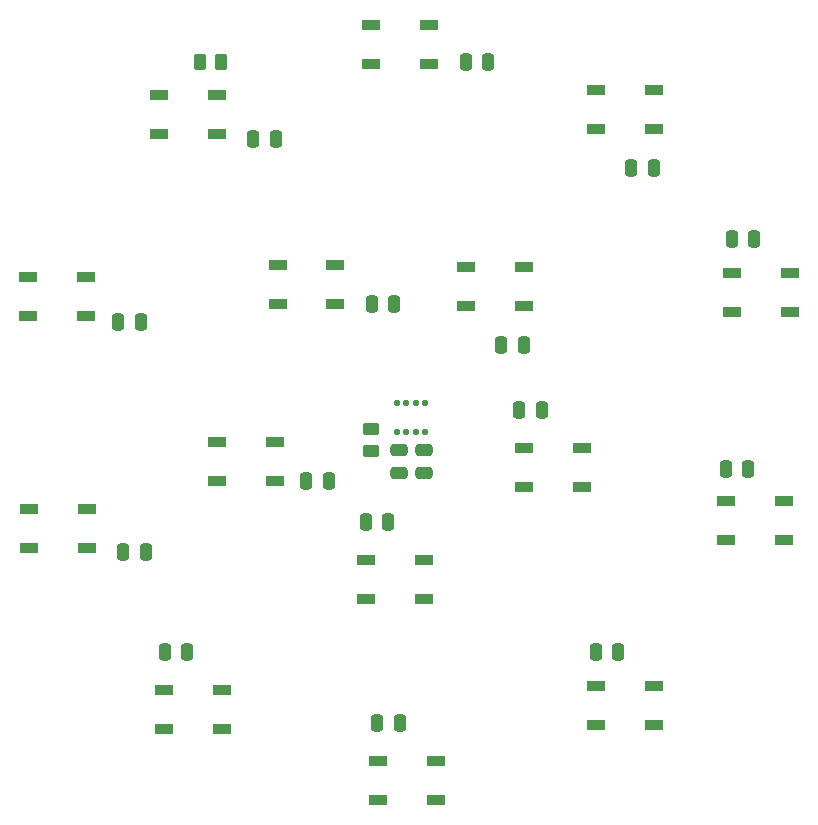
<source format=gtp>
G04 #@! TF.GenerationSoftware,KiCad,Pcbnew,8.0.4*
G04 #@! TF.CreationDate,2024-08-11T22:53:44+02:00*
G04 #@! TF.ProjectId,Haibadge_B,48616962-6164-4676-955f-422e6b696361,rev?*
G04 #@! TF.SameCoordinates,Original*
G04 #@! TF.FileFunction,Paste,Top*
G04 #@! TF.FilePolarity,Positive*
%FSLAX46Y46*%
G04 Gerber Fmt 4.6, Leading zero omitted, Abs format (unit mm)*
G04 Created by KiCad (PCBNEW 8.0.4) date 2024-08-11 22:53:44*
%MOMM*%
%LPD*%
G01*
G04 APERTURE LIST*
G04 Aperture macros list*
%AMRoundRect*
0 Rectangle with rounded corners*
0 $1 Rounding radius*
0 $2 $3 $4 $5 $6 $7 $8 $9 X,Y pos of 4 corners*
0 Add a 4 corners polygon primitive as box body*
4,1,4,$2,$3,$4,$5,$6,$7,$8,$9,$2,$3,0*
0 Add four circle primitives for the rounded corners*
1,1,$1+$1,$2,$3*
1,1,$1+$1,$4,$5*
1,1,$1+$1,$6,$7*
1,1,$1+$1,$8,$9*
0 Add four rect primitives between the rounded corners*
20,1,$1+$1,$2,$3,$4,$5,0*
20,1,$1+$1,$4,$5,$6,$7,0*
20,1,$1+$1,$6,$7,$8,$9,0*
20,1,$1+$1,$8,$9,$2,$3,0*%
G04 Aperture macros list end*
%ADD10RoundRect,0.250000X-0.250000X-0.475000X0.250000X-0.475000X0.250000X0.475000X-0.250000X0.475000X0*%
%ADD11RoundRect,0.250000X0.262500X0.450000X-0.262500X0.450000X-0.262500X-0.450000X0.262500X-0.450000X0*%
%ADD12R,1.500000X0.900000*%
%ADD13RoundRect,0.250000X-0.475000X0.250000X-0.475000X-0.250000X0.475000X-0.250000X0.475000X0.250000X0*%
%ADD14RoundRect,0.250000X-0.450000X0.262500X-0.450000X-0.262500X0.450000X-0.262500X0.450000X0.262500X0*%
%ADD15RoundRect,0.250000X0.250000X0.475000X-0.250000X0.475000X-0.250000X-0.475000X0.250000X-0.475000X0*%
%ADD16RoundRect,0.125000X-0.125000X-0.137500X0.125000X-0.137500X0.125000X0.137500X-0.125000X0.137500X0*%
G04 APERTURE END LIST*
D10*
G04 #@! TO.C,C1*
X127550000Y-116500000D03*
X129450000Y-116500000D03*
G04 #@! TD*
D11*
G04 #@! TO.C,R1*
X124825000Y-110000000D03*
X123000000Y-110000000D03*
G04 #@! TD*
D12*
G04 #@! TO.C,D4*
X168050000Y-127850000D03*
X168050000Y-131150000D03*
X172950000Y-131150000D03*
X172950000Y-127850000D03*
G04 #@! TD*
D10*
G04 #@! TO.C,C9*
X116550000Y-151500000D03*
X118450000Y-151500000D03*
G04 #@! TD*
D12*
G04 #@! TO.C,D13*
X150500000Y-142700000D03*
X150500000Y-146000000D03*
X155400000Y-146000000D03*
X155400000Y-142700000D03*
G04 #@! TD*
G04 #@! TO.C,D8*
X120000000Y-163200000D03*
X120000000Y-166500000D03*
X124900000Y-166500000D03*
X124900000Y-163200000D03*
G04 #@! TD*
D10*
G04 #@! TO.C,C2*
X145550000Y-110000000D03*
X147450000Y-110000000D03*
G04 #@! TD*
D12*
G04 #@! TO.C,D2*
X142450000Y-110150000D03*
X142450000Y-106850000D03*
X137550000Y-106850000D03*
X137550000Y-110150000D03*
G04 #@! TD*
G04 #@! TO.C,D11*
X134500000Y-130500000D03*
X134500000Y-127200000D03*
X129600000Y-127200000D03*
X129600000Y-130500000D03*
G04 #@! TD*
G04 #@! TO.C,D12*
X150450000Y-130650000D03*
X150450000Y-127350000D03*
X145550000Y-127350000D03*
X145550000Y-130650000D03*
G04 #@! TD*
G04 #@! TO.C,D15*
X129400000Y-145500000D03*
X129400000Y-142200000D03*
X124500000Y-142200000D03*
X124500000Y-145500000D03*
G04 #@! TD*
D10*
G04 #@! TO.C,C7*
X138050000Y-166000000D03*
X139950000Y-166000000D03*
G04 #@! TD*
G04 #@! TO.C,C10*
X116100000Y-132000000D03*
X118000000Y-132000000D03*
G04 #@! TD*
G04 #@! TO.C,C11*
X137600000Y-130500000D03*
X139500000Y-130500000D03*
G04 #@! TD*
D12*
G04 #@! TO.C,D6*
X156550000Y-162850000D03*
X156550000Y-166150000D03*
X161450000Y-166150000D03*
X161450000Y-162850000D03*
G04 #@! TD*
D10*
G04 #@! TO.C,C13*
X150050000Y-139500000D03*
X151950000Y-139500000D03*
G04 #@! TD*
D13*
G04 #@! TO.C,C17*
X139900000Y-142900000D03*
X139900000Y-144800000D03*
G04 #@! TD*
D14*
G04 #@! TO.C,R3*
X137500000Y-141087500D03*
X137500000Y-142912500D03*
G04 #@! TD*
D10*
G04 #@! TO.C,C15*
X132050000Y-145500000D03*
X133950000Y-145500000D03*
G04 #@! TD*
D12*
G04 #@! TO.C,D14*
X137100000Y-152200000D03*
X137100000Y-155500000D03*
X142000000Y-155500000D03*
X142000000Y-152200000D03*
G04 #@! TD*
D15*
G04 #@! TO.C,C3*
X161450000Y-119000000D03*
X159550000Y-119000000D03*
G04 #@! TD*
G04 #@! TO.C,C12*
X150450000Y-134000000D03*
X148550000Y-134000000D03*
G04 #@! TD*
D10*
G04 #@! TO.C,C5*
X167550000Y-144500000D03*
X169450000Y-144500000D03*
G04 #@! TD*
D12*
G04 #@! TO.C,D7*
X138100000Y-169200000D03*
X138100000Y-172500000D03*
X143000000Y-172500000D03*
X143000000Y-169200000D03*
G04 #@! TD*
D10*
G04 #@! TO.C,C8*
X120050000Y-160000000D03*
X121950000Y-160000000D03*
G04 #@! TD*
G04 #@! TO.C,C4*
X168050000Y-125000000D03*
X169950000Y-125000000D03*
G04 #@! TD*
D12*
G04 #@! TO.C,D9*
X113450000Y-151150000D03*
X113450000Y-147850000D03*
X108550000Y-147850000D03*
X108550000Y-151150000D03*
G04 #@! TD*
D16*
G04 #@! TO.C,U6*
X139700000Y-138925000D03*
X140500000Y-138925000D03*
X141300000Y-138925000D03*
X142100000Y-138925000D03*
X142100000Y-141300000D03*
X141300000Y-141300000D03*
X140500000Y-141300000D03*
X139700000Y-141300000D03*
G04 #@! TD*
D12*
G04 #@! TO.C,D3*
X161450000Y-115650000D03*
X161450000Y-112350000D03*
X156550000Y-112350000D03*
X156550000Y-115650000D03*
G04 #@! TD*
G04 #@! TO.C,D10*
X113400000Y-131500000D03*
X113400000Y-128200000D03*
X108500000Y-128200000D03*
X108500000Y-131500000D03*
G04 #@! TD*
G04 #@! TO.C,D5*
X167600000Y-147200000D03*
X167600000Y-150500000D03*
X172500000Y-150500000D03*
X172500000Y-147200000D03*
G04 #@! TD*
D10*
G04 #@! TO.C,C14*
X137050000Y-149000000D03*
X138950000Y-149000000D03*
G04 #@! TD*
D13*
G04 #@! TO.C,C18*
X142000000Y-142900000D03*
X142000000Y-144800000D03*
G04 #@! TD*
D10*
G04 #@! TO.C,C6*
X156550000Y-160000000D03*
X158450000Y-160000000D03*
G04 #@! TD*
D12*
G04 #@! TO.C,D1*
X124450000Y-116150000D03*
X124450000Y-112850000D03*
X119550000Y-112850000D03*
X119550000Y-116150000D03*
G04 #@! TD*
M02*

</source>
